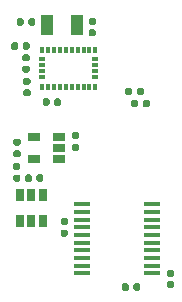
<source format=gtp>
G04 #@! TF.GenerationSoftware,KiCad,Pcbnew,5.1.10-88a1d61d58~90~ubuntu20.04.1*
G04 #@! TF.CreationDate,2021-10-26T15:29:24+01:00*
G04 #@! TF.ProjectId,IMU,494d552e-6b69-4636-9164-5f7063625858,rev?*
G04 #@! TF.SameCoordinates,Original*
G04 #@! TF.FileFunction,Paste,Top*
G04 #@! TF.FilePolarity,Positive*
%FSLAX46Y46*%
G04 Gerber Fmt 4.6, Leading zero omitted, Abs format (unit mm)*
G04 Created by KiCad (PCBNEW 5.1.10-88a1d61d58~90~ubuntu20.04.1) date 2021-10-26 15:29:24*
%MOMM*%
%LPD*%
G01*
G04 APERTURE LIST*
%ADD10R,0.650000X1.060000*%
%ADD11R,1.060000X0.650000*%
%ADD12R,0.300000X0.500000*%
%ADD13R,0.500000X0.300000*%
%ADD14R,1.000000X1.800000*%
%ADD15R,1.450000X0.450000*%
G04 APERTURE END LIST*
G36*
G01*
X3920000Y-8257500D02*
X3920000Y-8602500D01*
G75*
G02*
X3772500Y-8750000I-147500J0D01*
G01*
X3477500Y-8750000D01*
G75*
G02*
X3330000Y-8602500I0J147500D01*
G01*
X3330000Y-8257500D01*
G75*
G02*
X3477500Y-8110000I147500J0D01*
G01*
X3772500Y-8110000D01*
G75*
G02*
X3920000Y-8257500I0J-147500D01*
G01*
G37*
G36*
G01*
X4890000Y-8257500D02*
X4890000Y-8602500D01*
G75*
G02*
X4742500Y-8750000I-147500J0D01*
G01*
X4447500Y-8750000D01*
G75*
G02*
X4300000Y-8602500I0J147500D01*
G01*
X4300000Y-8257500D01*
G75*
G02*
X4447500Y-8110000I147500J0D01*
G01*
X4742500Y-8110000D01*
G75*
G02*
X4890000Y-8257500I0J-147500D01*
G01*
G37*
G36*
G01*
X1840000Y-15032500D02*
X1840000Y-14687500D01*
G75*
G02*
X1987500Y-14540000I147500J0D01*
G01*
X2282500Y-14540000D01*
G75*
G02*
X2430000Y-14687500I0J-147500D01*
G01*
X2430000Y-15032500D01*
G75*
G02*
X2282500Y-15180000I-147500J0D01*
G01*
X1987500Y-15180000D01*
G75*
G02*
X1840000Y-15032500I0J147500D01*
G01*
G37*
G36*
G01*
X2810000Y-15032500D02*
X2810000Y-14687500D01*
G75*
G02*
X2957500Y-14540000I147500J0D01*
G01*
X3252500Y-14540000D01*
G75*
G02*
X3400000Y-14687500I0J-147500D01*
G01*
X3400000Y-15032500D01*
G75*
G02*
X3252500Y-15180000I-147500J0D01*
G01*
X2957500Y-15180000D01*
G75*
G02*
X2810000Y-15032500I0J147500D01*
G01*
G37*
D10*
X1430000Y-18500000D03*
X2380000Y-18500000D03*
X3330000Y-18500000D03*
X3330000Y-16300000D03*
X1430000Y-16300000D03*
X2380000Y-16300000D03*
G36*
G01*
X14322500Y-23200000D02*
X13977500Y-23200000D01*
G75*
G02*
X13830000Y-23052500I0J147500D01*
G01*
X13830000Y-22757500D01*
G75*
G02*
X13977500Y-22610000I147500J0D01*
G01*
X14322500Y-22610000D01*
G75*
G02*
X14470000Y-22757500I0J-147500D01*
G01*
X14470000Y-23052500D01*
G75*
G02*
X14322500Y-23200000I-147500J0D01*
G01*
G37*
G36*
G01*
X14322500Y-24170000D02*
X13977500Y-24170000D01*
G75*
G02*
X13830000Y-24022500I0J147500D01*
G01*
X13830000Y-23727500D01*
G75*
G02*
X13977500Y-23580000I147500J0D01*
G01*
X14322500Y-23580000D01*
G75*
G02*
X14470000Y-23727500I0J-147500D01*
G01*
X14470000Y-24022500D01*
G75*
G02*
X14322500Y-24170000I-147500J0D01*
G01*
G37*
D11*
X4764000Y-13250000D03*
X4764000Y-12300000D03*
X4764000Y-11350000D03*
X2564000Y-11350000D03*
X2564000Y-13250000D03*
G36*
G01*
X11805000Y-8722500D02*
X11805000Y-8377500D01*
G75*
G02*
X11952500Y-8230000I147500J0D01*
G01*
X12247500Y-8230000D01*
G75*
G02*
X12395000Y-8377500I0J-147500D01*
G01*
X12395000Y-8722500D01*
G75*
G02*
X12247500Y-8870000I-147500J0D01*
G01*
X11952500Y-8870000D01*
G75*
G02*
X11805000Y-8722500I0J147500D01*
G01*
G37*
G36*
G01*
X10835000Y-8722500D02*
X10835000Y-8377500D01*
G75*
G02*
X10982500Y-8230000I147500J0D01*
G01*
X11277500Y-8230000D01*
G75*
G02*
X11425000Y-8377500I0J-147500D01*
G01*
X11425000Y-8722500D01*
G75*
G02*
X11277500Y-8870000I-147500J0D01*
G01*
X10982500Y-8870000D01*
G75*
G02*
X10835000Y-8722500I0J147500D01*
G01*
G37*
G36*
G01*
X10930000Y-7357500D02*
X10930000Y-7702500D01*
G75*
G02*
X10782500Y-7850000I-147500J0D01*
G01*
X10487500Y-7850000D01*
G75*
G02*
X10340000Y-7702500I0J147500D01*
G01*
X10340000Y-7357500D01*
G75*
G02*
X10487500Y-7210000I147500J0D01*
G01*
X10782500Y-7210000D01*
G75*
G02*
X10930000Y-7357500I0J-147500D01*
G01*
G37*
G36*
G01*
X11900000Y-7357500D02*
X11900000Y-7702500D01*
G75*
G02*
X11752500Y-7850000I-147500J0D01*
G01*
X11457500Y-7850000D01*
G75*
G02*
X11310000Y-7702500I0J147500D01*
G01*
X11310000Y-7357500D01*
G75*
G02*
X11457500Y-7210000I147500J0D01*
G01*
X11752500Y-7210000D01*
G75*
G02*
X11900000Y-7357500I0J-147500D01*
G01*
G37*
G36*
G01*
X10630000Y-23917500D02*
X10630000Y-24262500D01*
G75*
G02*
X10482500Y-24410000I-147500J0D01*
G01*
X10187500Y-24410000D01*
G75*
G02*
X10040000Y-24262500I0J147500D01*
G01*
X10040000Y-23917500D01*
G75*
G02*
X10187500Y-23770000I147500J0D01*
G01*
X10482500Y-23770000D01*
G75*
G02*
X10630000Y-23917500I0J-147500D01*
G01*
G37*
G36*
G01*
X11600000Y-23917500D02*
X11600000Y-24262500D01*
G75*
G02*
X11452500Y-24410000I-147500J0D01*
G01*
X11157500Y-24410000D01*
G75*
G02*
X11010000Y-24262500I0J147500D01*
G01*
X11010000Y-23917500D01*
G75*
G02*
X11157500Y-23770000I147500J0D01*
G01*
X11452500Y-23770000D01*
G75*
G02*
X11600000Y-23917500I0J-147500D01*
G01*
G37*
G36*
G01*
X2092500Y-4960000D02*
X1747500Y-4960000D01*
G75*
G02*
X1600000Y-4812500I0J147500D01*
G01*
X1600000Y-4517500D01*
G75*
G02*
X1747500Y-4370000I147500J0D01*
G01*
X2092500Y-4370000D01*
G75*
G02*
X2240000Y-4517500I0J-147500D01*
G01*
X2240000Y-4812500D01*
G75*
G02*
X2092500Y-4960000I-147500J0D01*
G01*
G37*
G36*
G01*
X2092500Y-5930000D02*
X1747500Y-5930000D01*
G75*
G02*
X1600000Y-5782500I0J147500D01*
G01*
X1600000Y-5487500D01*
G75*
G02*
X1747500Y-5340000I147500J0D01*
G01*
X2092500Y-5340000D01*
G75*
G02*
X2240000Y-5487500I0J-147500D01*
G01*
X2240000Y-5782500D01*
G75*
G02*
X2092500Y-5930000I-147500J0D01*
G01*
G37*
G36*
G01*
X5342500Y-18830000D02*
X4997500Y-18830000D01*
G75*
G02*
X4850000Y-18682500I0J147500D01*
G01*
X4850000Y-18387500D01*
G75*
G02*
X4997500Y-18240000I147500J0D01*
G01*
X5342500Y-18240000D01*
G75*
G02*
X5490000Y-18387500I0J-147500D01*
G01*
X5490000Y-18682500D01*
G75*
G02*
X5342500Y-18830000I-147500J0D01*
G01*
G37*
G36*
G01*
X5342500Y-19800000D02*
X4997500Y-19800000D01*
G75*
G02*
X4850000Y-19652500I0J147500D01*
G01*
X4850000Y-19357500D01*
G75*
G02*
X4997500Y-19210000I147500J0D01*
G01*
X5342500Y-19210000D01*
G75*
G02*
X5490000Y-19357500I0J-147500D01*
G01*
X5490000Y-19652500D01*
G75*
G02*
X5342500Y-19800000I-147500J0D01*
G01*
G37*
G36*
G01*
X5947500Y-10990000D02*
X6292500Y-10990000D01*
G75*
G02*
X6440000Y-11137500I0J-147500D01*
G01*
X6440000Y-11432500D01*
G75*
G02*
X6292500Y-11580000I-147500J0D01*
G01*
X5947500Y-11580000D01*
G75*
G02*
X5800000Y-11432500I0J147500D01*
G01*
X5800000Y-11137500D01*
G75*
G02*
X5947500Y-10990000I147500J0D01*
G01*
G37*
G36*
G01*
X5947500Y-11960000D02*
X6292500Y-11960000D01*
G75*
G02*
X6440000Y-12107500I0J-147500D01*
G01*
X6440000Y-12402500D01*
G75*
G02*
X6292500Y-12550000I-147500J0D01*
G01*
X5947500Y-12550000D01*
G75*
G02*
X5800000Y-12402500I0J147500D01*
G01*
X5800000Y-12107500D01*
G75*
G02*
X5947500Y-11960000I147500J0D01*
G01*
G37*
D12*
X3298400Y-3982100D03*
X3798400Y-3982100D03*
X4298400Y-3982100D03*
X4798400Y-3982100D03*
X5298400Y-3982100D03*
X5798400Y-3982100D03*
X6298400Y-3982100D03*
X6798400Y-3982100D03*
X7298400Y-3982100D03*
X7798400Y-3982100D03*
X3298400Y-7107100D03*
X3798400Y-7107100D03*
X4298400Y-7107100D03*
X4798400Y-7107100D03*
X5298400Y-7107100D03*
X5798400Y-7107100D03*
X6298400Y-7107100D03*
X6798400Y-7107100D03*
X7298400Y-7107100D03*
X7798400Y-7107100D03*
D13*
X3285900Y-4794600D03*
X3285900Y-5294600D03*
X3285900Y-5794600D03*
X3285900Y-6294600D03*
X7810900Y-4794600D03*
X7810900Y-5294600D03*
X7810900Y-5794600D03*
X7810900Y-6294600D03*
G36*
G01*
X1817500Y-7350000D02*
X2162500Y-7350000D01*
G75*
G02*
X2310000Y-7497500I0J-147500D01*
G01*
X2310000Y-7792500D01*
G75*
G02*
X2162500Y-7940000I-147500J0D01*
G01*
X1817500Y-7940000D01*
G75*
G02*
X1670000Y-7792500I0J147500D01*
G01*
X1670000Y-7497500D01*
G75*
G02*
X1817500Y-7350000I147500J0D01*
G01*
G37*
G36*
G01*
X1817500Y-6380000D02*
X2162500Y-6380000D01*
G75*
G02*
X2310000Y-6527500I0J-147500D01*
G01*
X2310000Y-6822500D01*
G75*
G02*
X2162500Y-6970000I-147500J0D01*
G01*
X1817500Y-6970000D01*
G75*
G02*
X1670000Y-6822500I0J147500D01*
G01*
X1670000Y-6527500D01*
G75*
G02*
X1817500Y-6380000I147500J0D01*
G01*
G37*
G36*
G01*
X1640000Y-3852500D02*
X1640000Y-3507500D01*
G75*
G02*
X1787500Y-3360000I147500J0D01*
G01*
X2082500Y-3360000D01*
G75*
G02*
X2230000Y-3507500I0J-147500D01*
G01*
X2230000Y-3852500D01*
G75*
G02*
X2082500Y-4000000I-147500J0D01*
G01*
X1787500Y-4000000D01*
G75*
G02*
X1640000Y-3852500I0J147500D01*
G01*
G37*
G36*
G01*
X670000Y-3852500D02*
X670000Y-3507500D01*
G75*
G02*
X817500Y-3360000I147500J0D01*
G01*
X1112500Y-3360000D01*
G75*
G02*
X1260000Y-3507500I0J-147500D01*
G01*
X1260000Y-3852500D01*
G75*
G02*
X1112500Y-4000000I-147500J0D01*
G01*
X817500Y-4000000D01*
G75*
G02*
X670000Y-3852500I0J147500D01*
G01*
G37*
D14*
X6225000Y-1850000D03*
X3725000Y-1850000D03*
G36*
G01*
X1750000Y-1467500D02*
X1750000Y-1812500D01*
G75*
G02*
X1602500Y-1960000I-147500J0D01*
G01*
X1307500Y-1960000D01*
G75*
G02*
X1160000Y-1812500I0J147500D01*
G01*
X1160000Y-1467500D01*
G75*
G02*
X1307500Y-1320000I147500J0D01*
G01*
X1602500Y-1320000D01*
G75*
G02*
X1750000Y-1467500I0J-147500D01*
G01*
G37*
G36*
G01*
X2720000Y-1467500D02*
X2720000Y-1812500D01*
G75*
G02*
X2572500Y-1960000I-147500J0D01*
G01*
X2277500Y-1960000D01*
G75*
G02*
X2130000Y-1812500I0J147500D01*
G01*
X2130000Y-1467500D01*
G75*
G02*
X2277500Y-1320000I147500J0D01*
G01*
X2572500Y-1320000D01*
G75*
G02*
X2720000Y-1467500I0J-147500D01*
G01*
G37*
G36*
G01*
X7377500Y-2270000D02*
X7722500Y-2270000D01*
G75*
G02*
X7870000Y-2417500I0J-147500D01*
G01*
X7870000Y-2712500D01*
G75*
G02*
X7722500Y-2860000I-147500J0D01*
G01*
X7377500Y-2860000D01*
G75*
G02*
X7230000Y-2712500I0J147500D01*
G01*
X7230000Y-2417500D01*
G75*
G02*
X7377500Y-2270000I147500J0D01*
G01*
G37*
G36*
G01*
X7377500Y-1300000D02*
X7722500Y-1300000D01*
G75*
G02*
X7870000Y-1447500I0J-147500D01*
G01*
X7870000Y-1742500D01*
G75*
G02*
X7722500Y-1890000I-147500J0D01*
G01*
X7377500Y-1890000D01*
G75*
G02*
X7230000Y-1742500I0J147500D01*
G01*
X7230000Y-1447500D01*
G75*
G02*
X7377500Y-1300000I147500J0D01*
G01*
G37*
D15*
X6680000Y-22915000D03*
X6680000Y-22265000D03*
X6680000Y-21615000D03*
X6680000Y-20965000D03*
X6680000Y-20315000D03*
X6680000Y-19665000D03*
X6680000Y-19015000D03*
X6680000Y-18365000D03*
X6680000Y-17715000D03*
X6680000Y-17065000D03*
X12580000Y-17065000D03*
X12580000Y-17715000D03*
X12580000Y-18365000D03*
X12580000Y-19015000D03*
X12580000Y-19665000D03*
X12580000Y-20315000D03*
X12580000Y-20965000D03*
X12580000Y-21615000D03*
X12580000Y-22265000D03*
X12580000Y-22915000D03*
G36*
G01*
X1312500Y-14180000D02*
X967500Y-14180000D01*
G75*
G02*
X820000Y-14032500I0J147500D01*
G01*
X820000Y-13737500D01*
G75*
G02*
X967500Y-13590000I147500J0D01*
G01*
X1312500Y-13590000D01*
G75*
G02*
X1460000Y-13737500I0J-147500D01*
G01*
X1460000Y-14032500D01*
G75*
G02*
X1312500Y-14180000I-147500J0D01*
G01*
G37*
G36*
G01*
X1312500Y-15150000D02*
X967500Y-15150000D01*
G75*
G02*
X820000Y-15002500I0J147500D01*
G01*
X820000Y-14707500D01*
G75*
G02*
X967500Y-14560000I147500J0D01*
G01*
X1312500Y-14560000D01*
G75*
G02*
X1460000Y-14707500I0J-147500D01*
G01*
X1460000Y-15002500D01*
G75*
G02*
X1312500Y-15150000I-147500J0D01*
G01*
G37*
G36*
G01*
X1336500Y-13080000D02*
X991500Y-13080000D01*
G75*
G02*
X844000Y-12932500I0J147500D01*
G01*
X844000Y-12637500D01*
G75*
G02*
X991500Y-12490000I147500J0D01*
G01*
X1336500Y-12490000D01*
G75*
G02*
X1484000Y-12637500I0J-147500D01*
G01*
X1484000Y-12932500D01*
G75*
G02*
X1336500Y-13080000I-147500J0D01*
G01*
G37*
G36*
G01*
X1336500Y-12110000D02*
X991500Y-12110000D01*
G75*
G02*
X844000Y-11962500I0J147500D01*
G01*
X844000Y-11667500D01*
G75*
G02*
X991500Y-11520000I147500J0D01*
G01*
X1336500Y-11520000D01*
G75*
G02*
X1484000Y-11667500I0J-147500D01*
G01*
X1484000Y-11962500D01*
G75*
G02*
X1336500Y-12110000I-147500J0D01*
G01*
G37*
M02*

</source>
